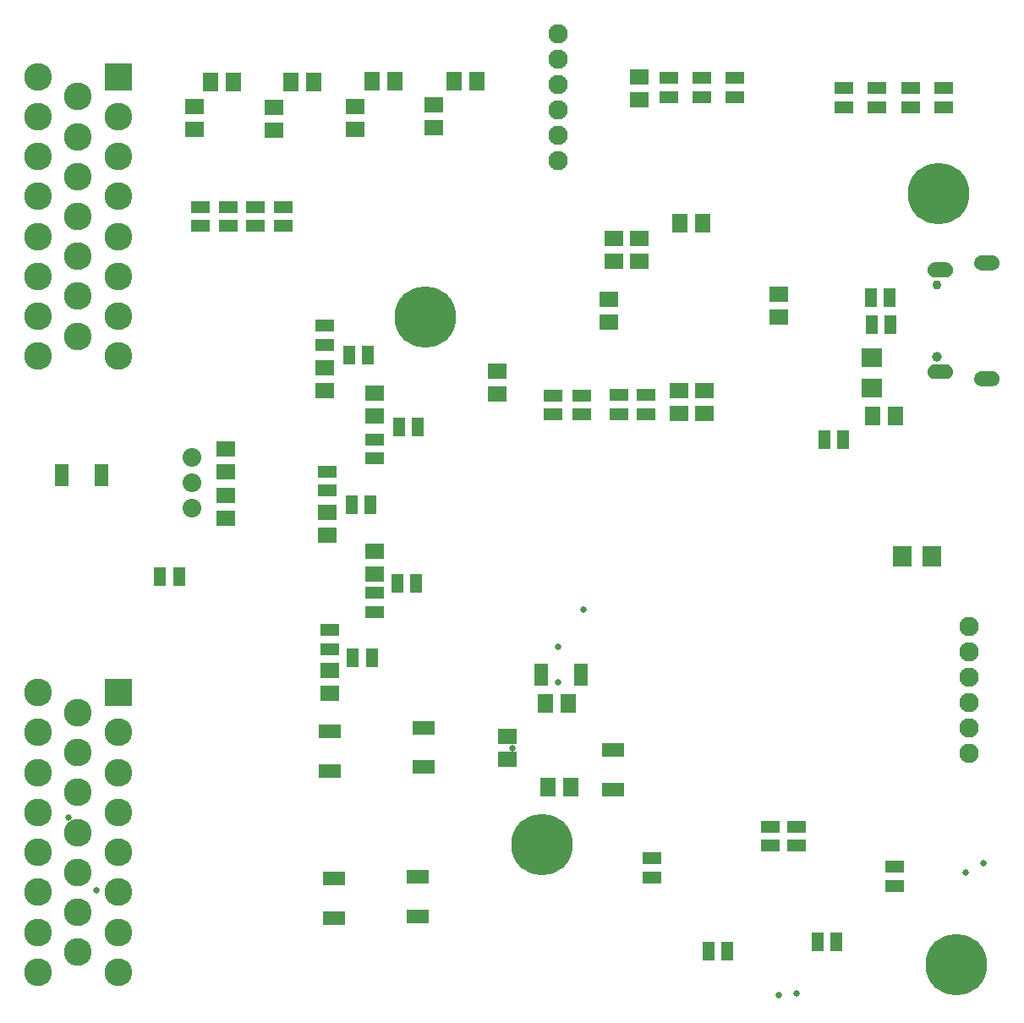
<source format=gbs>
G04*
G04 #@! TF.GenerationSoftware,Altium Limited,Altium Designer,23.6.0 (18)*
G04*
G04 Layer_Color=16711935*
%FSLAX44Y44*%
%MOMM*%
G71*
G04*
G04 #@! TF.SameCoordinates,14B29CA8-F054-4B9D-9142-CABF167E231F*
G04*
G04*
G04 #@! TF.FilePolarity,Negative*
G04*
G01*
G75*
%ADD80R,1.5500X1.8500*%
%ADD81R,1.8500X1.1500*%
%ADD86R,1.8500X1.5500*%
%ADD91R,2.7750X2.7750*%
%ADD92C,2.7750*%
%ADD93C,1.8750*%
%ADD94C,6.1500*%
%ADD95C,0.9300*%
%ADD96C,0.9900*%
%ADD97C,1.9400*%
%ADD98C,0.6500*%
%ADD122R,1.1500X1.8500*%
%ADD123R,1.4200X2.2500*%
%ADD124R,2.2500X1.4200*%
%ADD125R,1.9500X1.9900*%
%ADD126R,1.9900X1.9500*%
G36*
X1399790Y1048350D02*
X1399910Y1049130D01*
X1400120Y1049890D01*
X1400400Y1050620D01*
X1400750Y1051320D01*
X1401180Y1051980D01*
X1401680Y1052590D01*
X1402230Y1053140D01*
X1402840Y1053640D01*
X1403500Y1054070D01*
X1404200Y1054420D01*
X1404930Y1054700D01*
X1405690Y1054910D01*
X1406470Y1055030D01*
X1407250Y1055070D01*
X1417750D01*
X1418530Y1055030D01*
X1419310Y1054910D01*
X1420070Y1054700D01*
X1420800Y1054420D01*
X1421500Y1054070D01*
X1422160Y1053640D01*
X1422770Y1053140D01*
X1423320Y1052590D01*
X1423820Y1051980D01*
X1424250Y1051320D01*
X1424600Y1050620D01*
X1424880Y1049890D01*
X1425090Y1049130D01*
X1425210Y1048350D01*
X1425250Y1047570D01*
X1425210Y1046790D01*
X1425090Y1046010D01*
X1424880Y1045250D01*
X1424600Y1044520D01*
X1424250Y1043820D01*
X1423820Y1043160D01*
X1423320Y1042550D01*
X1422770Y1042000D01*
X1422160Y1041500D01*
X1421500Y1041070D01*
X1420800Y1040720D01*
X1420070Y1040440D01*
X1419310Y1040230D01*
X1418530Y1040110D01*
X1417750Y1040070D01*
X1407250D01*
X1406470Y1040110D01*
X1405690Y1040230D01*
X1404930Y1040440D01*
X1404200Y1040720D01*
X1403500Y1041070D01*
X1402840Y1041500D01*
X1402230Y1042000D01*
X1401680Y1042550D01*
X1401180Y1043160D01*
X1400750Y1043820D01*
X1400400Y1044520D01*
X1400120Y1045250D01*
X1399910Y1046010D01*
X1399790Y1046790D01*
X1399750Y1047570D01*
X1399790Y1048350D01*
D02*
G37*
G36*
X1446490Y1041350D02*
X1446610Y1042130D01*
X1446820Y1042890D01*
X1447100Y1043620D01*
X1447450Y1044320D01*
X1447880Y1044980D01*
X1448380Y1045590D01*
X1448930Y1046140D01*
X1449540Y1046640D01*
X1450200Y1047070D01*
X1450900Y1047420D01*
X1451630Y1047700D01*
X1452390Y1047910D01*
X1453170Y1048030D01*
X1453950Y1048070D01*
X1464450D01*
X1465230Y1048030D01*
X1466010Y1047910D01*
X1466770Y1047700D01*
X1467500Y1047420D01*
X1468200Y1047070D01*
X1468860Y1046640D01*
X1469470Y1046140D01*
X1470020Y1045590D01*
X1470520Y1044980D01*
X1470950Y1044320D01*
X1471300Y1043620D01*
X1471580Y1042890D01*
X1471790Y1042130D01*
X1471910Y1041350D01*
X1471950Y1040570D01*
X1471910Y1039790D01*
X1471790Y1039010D01*
X1471580Y1038250D01*
X1471300Y1037520D01*
X1470950Y1036820D01*
X1470520Y1036160D01*
X1470020Y1035550D01*
X1469470Y1035000D01*
X1468860Y1034500D01*
X1468200Y1034070D01*
X1467500Y1033720D01*
X1466770Y1033440D01*
X1466010Y1033230D01*
X1465230Y1033110D01*
X1464450Y1033070D01*
X1453950D01*
X1453170Y1033110D01*
X1452390Y1033230D01*
X1451630Y1033440D01*
X1450900Y1033720D01*
X1450200Y1034070D01*
X1449540Y1034500D01*
X1448930Y1035000D01*
X1448380Y1035550D01*
X1447880Y1036160D01*
X1447450Y1036820D01*
X1447100Y1037520D01*
X1446820Y1038250D01*
X1446610Y1039010D01*
X1446490Y1039790D01*
X1446450Y1040570D01*
X1446490Y1041350D01*
D02*
G37*
G36*
X1399790Y1150350D02*
X1399910Y1151130D01*
X1400120Y1151890D01*
X1400400Y1152620D01*
X1400750Y1153320D01*
X1401180Y1153980D01*
X1401680Y1154590D01*
X1402230Y1155140D01*
X1402840Y1155640D01*
X1403500Y1156070D01*
X1404200Y1156420D01*
X1404930Y1156700D01*
X1405690Y1156910D01*
X1406470Y1157030D01*
X1407250Y1157070D01*
X1417750D01*
X1418530Y1157030D01*
X1419310Y1156910D01*
X1420070Y1156700D01*
X1420800Y1156420D01*
X1421500Y1156070D01*
X1422160Y1155640D01*
X1422770Y1155140D01*
X1423320Y1154590D01*
X1423820Y1153980D01*
X1424250Y1153320D01*
X1424600Y1152620D01*
X1424880Y1151890D01*
X1425090Y1151130D01*
X1425210Y1150350D01*
X1425250Y1149570D01*
X1425210Y1148790D01*
X1425090Y1148010D01*
X1424880Y1147250D01*
X1424600Y1146520D01*
X1424250Y1145820D01*
X1423820Y1145160D01*
X1423320Y1144550D01*
X1422770Y1144000D01*
X1422160Y1143500D01*
X1421500Y1143070D01*
X1420800Y1142720D01*
X1420070Y1142440D01*
X1419310Y1142230D01*
X1418530Y1142110D01*
X1417750Y1142070D01*
X1407250D01*
X1406470Y1142110D01*
X1405690Y1142230D01*
X1404930Y1142440D01*
X1404200Y1142720D01*
X1403500Y1143070D01*
X1402840Y1143500D01*
X1402230Y1144000D01*
X1401680Y1144550D01*
X1401180Y1145160D01*
X1400750Y1145820D01*
X1400400Y1146520D01*
X1400120Y1147250D01*
X1399910Y1148010D01*
X1399790Y1148790D01*
X1399750Y1149570D01*
X1399790Y1150350D01*
D02*
G37*
G36*
X1446490Y1157350D02*
X1446610Y1158130D01*
X1446820Y1158890D01*
X1447100Y1159620D01*
X1447450Y1160320D01*
X1447880Y1160980D01*
X1448380Y1161590D01*
X1448930Y1162140D01*
X1449540Y1162640D01*
X1450200Y1163070D01*
X1450900Y1163420D01*
X1451630Y1163700D01*
X1452390Y1163910D01*
X1453170Y1164030D01*
X1453950Y1164070D01*
X1464450D01*
X1465230Y1164030D01*
X1466010Y1163910D01*
X1466770Y1163700D01*
X1467500Y1163420D01*
X1468200Y1163070D01*
X1468860Y1162640D01*
X1469470Y1162140D01*
X1470020Y1161590D01*
X1470520Y1160980D01*
X1470950Y1160320D01*
X1471300Y1159620D01*
X1471580Y1158890D01*
X1471790Y1158130D01*
X1471910Y1157350D01*
X1471950Y1156570D01*
X1471910Y1155790D01*
X1471790Y1155010D01*
X1471580Y1154250D01*
X1471300Y1153520D01*
X1470950Y1152820D01*
X1470520Y1152160D01*
X1470020Y1151550D01*
X1469470Y1151000D01*
X1468860Y1150500D01*
X1468200Y1150070D01*
X1467500Y1149720D01*
X1466770Y1149440D01*
X1466010Y1149230D01*
X1465230Y1149110D01*
X1464450Y1149070D01*
X1453950D01*
X1453170Y1149110D01*
X1452390Y1149230D01*
X1451630Y1149440D01*
X1450900Y1149720D01*
X1450200Y1150070D01*
X1449540Y1150500D01*
X1448930Y1151000D01*
X1448380Y1151550D01*
X1447880Y1152160D01*
X1447450Y1152820D01*
X1447100Y1153520D01*
X1446820Y1154250D01*
X1446610Y1155010D01*
X1446490Y1155790D01*
X1446450Y1156570D01*
X1446490Y1157350D01*
D02*
G37*
D80*
X1042670Y631190D02*
D03*
X1019810D02*
D03*
X704850Y1337310D02*
D03*
X681990D02*
D03*
X784860D02*
D03*
X762000D02*
D03*
X948690Y1338580D02*
D03*
X925830D02*
D03*
X866140D02*
D03*
X843280D02*
D03*
X1017270Y715010D02*
D03*
X1040130D02*
D03*
X1367790Y1003300D02*
D03*
X1344930D02*
D03*
X1174750Y1196340D02*
D03*
X1151890D02*
D03*
D81*
X1242060Y572820D02*
D03*
Y591820D02*
D03*
X1268730Y572820D02*
D03*
Y591820D02*
D03*
X1366520Y551790D02*
D03*
Y532790D02*
D03*
X1123950Y560070D02*
D03*
Y541070D02*
D03*
X671830Y1193580D02*
D03*
Y1212580D02*
D03*
X699347Y1193580D02*
D03*
Y1212580D02*
D03*
X726863Y1193580D02*
D03*
Y1212580D02*
D03*
X754380Y1193580D02*
D03*
Y1212580D02*
D03*
X796290Y1074470D02*
D03*
Y1093470D02*
D03*
X801370Y769620D02*
D03*
Y788620D02*
D03*
X845820Y826110D02*
D03*
Y807110D02*
D03*
Y979780D02*
D03*
Y960780D02*
D03*
X798830Y928420D02*
D03*
Y947420D02*
D03*
X1206500Y1341610D02*
D03*
Y1322610D02*
D03*
X1140460Y1341610D02*
D03*
Y1322610D02*
D03*
X1173480Y1341610D02*
D03*
Y1322610D02*
D03*
X1382607Y1331570D02*
D03*
Y1312570D02*
D03*
X1349163Y1331570D02*
D03*
Y1312570D02*
D03*
X1315720Y1331570D02*
D03*
Y1312570D02*
D03*
X1416050Y1331570D02*
D03*
Y1312570D02*
D03*
X1024545Y1023486D02*
D03*
Y1004486D02*
D03*
X1053755Y1023486D02*
D03*
Y1004486D02*
D03*
X1090930Y1024230D02*
D03*
Y1005230D02*
D03*
X1117600D02*
D03*
Y1024230D02*
D03*
D86*
X1111250Y1342390D02*
D03*
Y1319530D02*
D03*
X845820Y844550D02*
D03*
Y867410D02*
D03*
Y1003300D02*
D03*
Y1026160D02*
D03*
X979170Y659130D02*
D03*
Y681990D02*
D03*
X697230Y923290D02*
D03*
Y900430D02*
D03*
Y947420D02*
D03*
Y970280D02*
D03*
X905510Y1314450D02*
D03*
Y1291590D02*
D03*
X745490Y1311910D02*
D03*
Y1289050D02*
D03*
X665480Y1313180D02*
D03*
Y1290320D02*
D03*
X826770Y1313180D02*
D03*
Y1290320D02*
D03*
X796290Y1028700D02*
D03*
Y1051560D02*
D03*
X801370Y725170D02*
D03*
Y748030D02*
D03*
X798830Y883920D02*
D03*
Y906780D02*
D03*
X1150620Y1005840D02*
D03*
Y1028700D02*
D03*
X1176020D02*
D03*
Y1005840D02*
D03*
X969010Y1047750D02*
D03*
Y1024890D02*
D03*
X1111250Y1181100D02*
D03*
Y1158240D02*
D03*
X1085850Y1181100D02*
D03*
Y1158240D02*
D03*
X1080770Y1097280D02*
D03*
Y1120140D02*
D03*
X1250950Y1125220D02*
D03*
Y1102360D02*
D03*
D91*
X589270Y1342990D02*
D03*
Y726110D02*
D03*
D92*
Y1062990D02*
D03*
X549270Y1322990D02*
D03*
Y1082990D02*
D03*
X509270Y1342990D02*
D03*
Y1062990D02*
D03*
X589270Y1302990D02*
D03*
Y1262990D02*
D03*
Y1222990D02*
D03*
Y1182990D02*
D03*
Y1142990D02*
D03*
Y1102990D02*
D03*
X549270Y1282990D02*
D03*
Y1242990D02*
D03*
Y1202990D02*
D03*
Y1162990D02*
D03*
Y1122990D02*
D03*
X509270Y1302990D02*
D03*
Y1262990D02*
D03*
Y1222990D02*
D03*
Y1182990D02*
D03*
Y1142990D02*
D03*
Y1102990D02*
D03*
Y486110D02*
D03*
Y526110D02*
D03*
Y566110D02*
D03*
Y606110D02*
D03*
Y646110D02*
D03*
Y686110D02*
D03*
X549270Y506110D02*
D03*
Y546110D02*
D03*
Y586110D02*
D03*
Y626110D02*
D03*
Y666110D02*
D03*
X589270Y486110D02*
D03*
Y526110D02*
D03*
Y566110D02*
D03*
Y606110D02*
D03*
Y646110D02*
D03*
Y686110D02*
D03*
X509270Y446110D02*
D03*
Y726110D02*
D03*
X549270Y466110D02*
D03*
Y706110D02*
D03*
X589270Y446110D02*
D03*
D93*
X662940Y910590D02*
D03*
Y935990D02*
D03*
Y961390D02*
D03*
D94*
X896620Y1102360D02*
D03*
X1013460Y574040D02*
D03*
X1428750Y453390D02*
D03*
X1410970Y1225550D02*
D03*
D95*
X1408700Y1134570D02*
D03*
D96*
Y1062570D02*
D03*
D97*
X1029970Y1258570D02*
D03*
Y1283970D02*
D03*
Y1309370D02*
D03*
Y1334770D02*
D03*
Y1360170D02*
D03*
Y1385570D02*
D03*
X1441450Y792480D02*
D03*
Y767080D02*
D03*
Y741680D02*
D03*
Y716280D02*
D03*
Y690880D02*
D03*
Y665480D02*
D03*
D98*
X1029970Y772160D02*
D03*
Y736600D02*
D03*
X1055370Y808990D02*
D03*
X984250Y670410D02*
D03*
X567690Y528320D02*
D03*
X1455420Y554990D02*
D03*
X1268730Y425300D02*
D03*
X1250950Y422910D02*
D03*
X1437640Y546100D02*
D03*
X539750Y600710D02*
D03*
X912785Y1118524D02*
D03*
X919480Y1102360D02*
D03*
X912785Y1086196D02*
D03*
X896620Y1079500D02*
D03*
X880455Y1086196D02*
D03*
X873760Y1102360D02*
D03*
X880455Y1118524D02*
D03*
X896620Y1125220D02*
D03*
X1029624Y590205D02*
D03*
X1036320Y574040D02*
D03*
X1029624Y557876D02*
D03*
X1013460Y551180D02*
D03*
X997296Y557876D02*
D03*
X990600Y574040D02*
D03*
X997296Y590205D02*
D03*
X1013460Y596900D02*
D03*
X1444915Y469554D02*
D03*
X1451610Y453390D02*
D03*
X1444915Y437225D02*
D03*
X1428750Y430530D02*
D03*
X1412585Y437225D02*
D03*
X1405890Y453390D02*
D03*
X1412585Y469554D02*
D03*
X1428750Y476250D02*
D03*
X1427135Y1241714D02*
D03*
X1433830Y1225550D02*
D03*
X1427135Y1209386D02*
D03*
X1410970Y1202690D02*
D03*
X1394805Y1209386D02*
D03*
X1388110Y1225550D02*
D03*
X1394805Y1241714D02*
D03*
X1410970Y1248410D02*
D03*
D122*
X1289710Y476250D02*
D03*
X1308710D02*
D03*
X1180490Y467360D02*
D03*
X1199490D02*
D03*
X650240Y842010D02*
D03*
X631240D02*
D03*
X839420Y1064260D02*
D03*
X820420D02*
D03*
X824280Y760730D02*
D03*
X843280D02*
D03*
X868680Y835660D02*
D03*
X887680D02*
D03*
X823010Y914400D02*
D03*
X842010D02*
D03*
X870610Y991870D02*
D03*
X889610D02*
D03*
X1315060Y979170D02*
D03*
X1296060D02*
D03*
X1343050Y1121410D02*
D03*
X1362050D02*
D03*
X1362710Y1094740D02*
D03*
X1343710D02*
D03*
D123*
X532600Y943610D02*
D03*
X572300D02*
D03*
X1012660Y744220D02*
D03*
X1052360D02*
D03*
D124*
X1084580Y668820D02*
D03*
Y629120D02*
D03*
X805180Y539750D02*
D03*
Y500050D02*
D03*
X889000Y502120D02*
D03*
Y541820D02*
D03*
X801370Y647700D02*
D03*
Y687400D02*
D03*
X895350Y651390D02*
D03*
Y691090D02*
D03*
D125*
X1374380Y862330D02*
D03*
X1404380D02*
D03*
D126*
X1343660Y1031480D02*
D03*
Y1061480D02*
D03*
M02*

</source>
